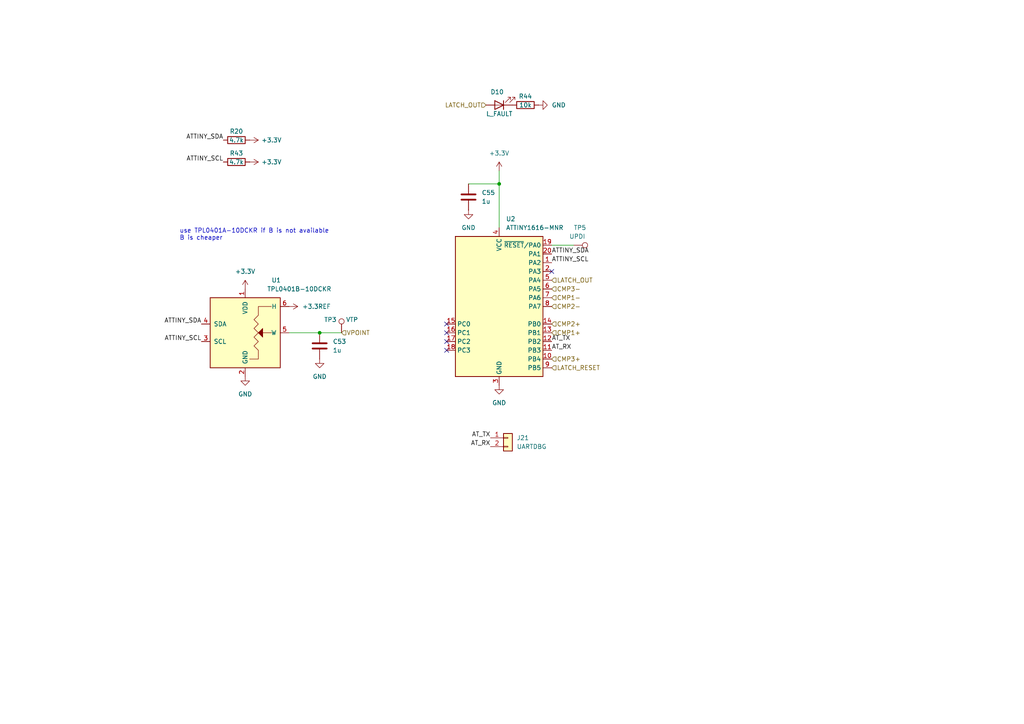
<source format=kicad_sch>
(kicad_sch (version 20231120) (generator "eeschema") (generator_version "8.0")
  (paper "A4")
  (lib_symbols
    (symbol "Connector:TestPoint" (pin_numbers hide) (pin_names (offset 0.762) hide)
      (property "Reference" "TP" (at 0 6.858 0))
      (property "Value" "TestPoint" (at 0 5.08 0))
      (symbol "TestPoint_0_1"
        (circle (center 0 3.302) (radius 0.762))
      )
      (symbol "TestPoint_1_1"
        (pin passive line (at 0 0 90) (length 2.54) (name "1") (number "1"))
      )
    )
    (symbol "Connector_Generic:Conn_01x02" (pin_names (offset 1.016) hide)
      (property "Reference" "J" (at 0 2.54 0))
      (property "Value" "Conn_01x02" (at 0 -5.08 0))
      (symbol "Conn_01x02_1_1"
        (rectangle (start -1.27 -2.413) (end 0 -2.667) (stroke (width 0.1524)))
        (rectangle (start -1.27 0.127) (end 0 -0.127) (stroke (width 0.1524)))
        (rectangle (start -1.27 1.27) (end 1.27 -3.81) (stroke (width 0.254)) (fill (type background)))
        (pin passive line (at -5.08 0 0) (length 3.81) (name "Pin_1") (number "1"))
        (pin passive line (at -5.08 -2.54 0) (length 3.81) (name "Pin_2") (number "2"))
      )
    )
    (symbol "Device:C" (pin_numbers hide) (pin_names (offset 0.254))
      (property "Reference" "C" (at 0.635 2.54 0))
      (property "Value" "C" (at 0.635 -2.54 0))
      (symbol "C_0_1"
        (polyline (pts (xy -2.032 -0.762) (xy 2.032 -0.762)) (stroke (width 0.508)))
        (polyline (pts (xy -2.032 0.762) (xy 2.032 0.762)) (stroke (width 0.508)))
      )
      (symbol "C_1_1"
        (pin passive line (at 0 3.81 270) (length 2.794) (name "~") (number "1"))
        (pin passive line (at 0 -3.81 90) (length 2.794) (name "~") (number "2"))
      )
    )
    (symbol "Device:LED" (pin_numbers hide) (pin_names (offset 1.016) hide)
      (property "Reference" "D" (at 0 2.54 0))
      (property "Value" "LED" (at 0 -2.54 0))
      (symbol "LED_0_1"
        (polyline (pts (xy -1.27 -1.27) (xy -1.27 1.27)) (stroke (width 0.254)))
        (polyline (pts (xy -1.27 0) (xy 1.27 0)))
        (polyline (pts (xy 1.27 -1.27) (xy 1.27 1.27) (xy -1.27 0) (xy 1.27 -1.27)) (stroke (width 0.254)))
        (polyline (pts (xy -3.048 -0.762) (xy -4.572 -2.286) (xy -3.81 -2.286) (xy -4.572 -2.286) (xy -4.572 -1.524)))
        (polyline (pts (xy -1.778 -0.762) (xy -3.302 -2.286) (xy -2.54 -2.286) (xy -3.302 -2.286) (xy -3.302 -1.524)))
      )
      (symbol "LED_1_1"
        (pin passive line (at -3.81 0 0) (length 2.54) (name "K") (number "1"))
        (pin passive line (at 3.81 0 180) (length 2.54) (name "A") (number "2"))
      )
    )
    (symbol "Device:R" (pin_numbers hide) (pin_names (offset 0))
      (property "Reference" "R" (at 2.032 0 90))
      (property "Value" "R" (at 0 0 90))
      (symbol "R_0_1"
        (rectangle (start -1.016 -2.54) (end 1.016 2.54) (stroke (width 0.254)))
      )
      (symbol "R_1_1"
        (pin passive line (at 0 3.81 270) (length 1.27) (name "~") (number "1"))
        (pin passive line (at 0 -3.81 90) (length 1.27) (name "~") (number "2"))
      )
    )
    (symbol "GigaVescSymbols:+3.3REF" (power) (pin_names (offset 0))
      (property "Value" "+3.3REF" (at 0 3.556 0))
      (symbol "+3.3REF_0_1"
        (polyline (pts (xy -0.762 1.27) (xy 0 2.54)))
        (polyline (pts (xy 0 0) (xy 0 2.54)))
        (polyline (pts (xy 0 2.54) (xy 0.762 1.27)))
      )
      (symbol "+3.3REF_1_1"
        (pin power_in line (at 0 0 90) (length 0) hide (name "+3.3REF") (number "1"))
      )
    )
    (symbol "MCU_Microchip_ATtiny:ATtiny1616-M"
      (property "Reference" "U" (at -12.7 21.59 0))
      (property "Value" "ATtiny1616-M" (at 2.54 -21.59 0))
      (symbol "ATtiny1616-M_0_1"
        (rectangle (start -12.7 -20.32) (end 12.7 20.32) (stroke (width 0.254)) (fill (type background)))
      )
      (symbol "ATtiny1616-M_1_1"
        (pin bidirectional line (at 15.24 12.7 180) (length 2.54) (name "PA2") (number "1"))
        (pin bidirectional line (at 15.24 -15.24 180) (length 2.54) (name "PB4") (number "10"))
        (pin bidirectional line (at 15.24 -12.7 180) (length 2.54) (name "PB3") (number "11"))
        (pin bidirectional line (at 15.24 -10.16 180) (length 2.54) (name "PB2") (number "12"))
        (pin bidirectional line (at 15.24 -7.62 180) (length 2.54) (name "PB1") (number "13"))
        (pin bidirectional line (at 15.24 -5.08 180) (length 2.54) (name "PB0") (number "14"))
        (pin bidirectional line (at -15.24 -5.08 0) (length 2.54) (name "PC0") (number "15"))
        (pin bidirectional line (at -15.24 -7.62 0) (length 2.54) (name "PC1") (number "16"))
        (pin bidirectional line (at -15.24 -10.16 0) (length 2.54) (name "PC2") (number "17"))
        (pin bidirectional line (at -15.24 -12.7 0) (length 2.54) (name "PC3") (number "18"))
        (pin bidirectional line (at 15.24 17.78 180) (length 2.54) (name "~{RESET}/PA0") (number "19"))
        (pin bidirectional line (at 15.24 10.16 180) (length 2.54) (name "PA3") (number "2"))
        (pin bidirectional line (at 15.24 15.24 180) (length 2.54) (name "PA1") (number "20"))
        (pin passive line (at 0 -22.86 90) (length 2.54) hide (name "GND") (number "21"))
        (pin power_in line (at 0 -22.86 90) (length 2.54) (name "GND") (number "3"))
        (pin power_in line (at 0 22.86 270) (length 2.54) (name "VCC") (number "4"))
        (pin bidirectional line (at 15.24 7.62 180) (length 2.54) (name "PA4") (number "5"))
        (pin bidirectional line (at 15.24 5.08 180) (length 2.54) (name "PA5") (number "6"))
        (pin bidirectional line (at 15.24 2.54 180) (length 2.54) (name "PA6") (number "7"))
        (pin bidirectional line (at 15.24 0 180) (length 2.54) (name "PA7") (number "8"))
        (pin bidirectional line (at 15.24 -17.78 180) (length 2.54) (name "PB5") (number "9"))
      )
    )
    (symbol "Potentiometer_Digital:TPL0401B-10-Q1" (pin_names (offset 1.016))
      (property "Reference" "U" (at -10.16 11.43 0))
      (property "Value" "TPL0401B-10-Q1" (at 1.27 11.43 0))
      (symbol "TPL0401B-10-Q1_0_1"
        (polyline (pts (xy 7.62 0) (xy 5.08 0)))
        (polyline (pts (xy 5.08 -1.27) (xy 5.08 1.27) (xy 3.81 0) (xy 5.08 -1.27) (xy 5.08 -1.27)) (fill (type outline)))
        (polyline (pts (xy 7.62 7.62) (xy 3.81 7.62) (xy 3.81 5.08) (xy 2.54 3.81) (xy 3.81 2.54) (xy 2.54 1.27) (xy 3.81 0) (xy 2.54 -1.27) (xy 3.81 -2.54) (xy 2.54 -3.81) (xy 3.81 -5.08) (xy 3.81 -7.62) (xy 1.27 -7.62)))
      )
      (symbol "TPL0401B-10-Q1_1_1"
        (rectangle (start -10.16 10.16) (end 10.16 -10.16) (stroke (width 0.254)) (fill (type background)))
        (pin power_in line (at 0 12.7 270) (length 2.54) (name "VDD") (number "1"))
        (pin power_in line (at 0 -12.7 90) (length 2.54) (name "GND") (number "2"))
        (pin input line (at -12.7 -2.54 0) (length 2.54) (name "SCL") (number "3"))
        (pin bidirectional line (at -12.7 2.54 0) (length 2.54) (name "SDA") (number "4"))
        (pin passive line (at 12.7 0 180) (length 2.54) (name "W") (number "5"))
        (pin passive line (at 12.7 7.62 180) (length 2.54) (name "H") (number "6"))
      )
    )
    (symbol "power:+3.3V" (power) (pin_numbers hide) (pin_names (offset 0) hide)
      (property "Value" "+3.3V" (at 0 3.556 0))
      (symbol "+3.3V_0_1"
        (polyline (pts (xy -0.762 1.27) (xy 0 2.54)))
        (polyline (pts (xy 0 0) (xy 0 2.54)))
        (polyline (pts (xy 0 2.54) (xy 0.762 1.27)))
      )
      (symbol "+3.3V_1_1"
        (pin power_in line (at 0 0 90) (length 0) (name "~") (number "1"))
      )
    )
    (symbol "power:GND" (power) (pin_numbers hide) (pin_names (offset 0) hide)
      (property "Value" "GND" (at 0 -3.81 0))
      (symbol "GND_0_1"
        (polyline (pts (xy 0 0) (xy 0 -1.27) (xy 1.27 -1.27) (xy 0 -2.54) (xy -1.27 -1.27) (xy 0 -1.27)))
      )
      (symbol "GND_1_1"
        (pin power_in line (at 0 0 270) (length 0) (name "~") (number "1"))
      )
    )
  )
  (junction (at 92.71 96.52))
  (junction (at 144.78 53.34))
  (no_connect (at 160.02 78.74))
  (no_connect (at 129.54 101.6))
  (no_connect (at 129.54 93.98))
  (no_connect (at 129.54 96.52))
  (no_connect (at 129.54 99.06))
  (wire (pts (xy 144.78 53.34) (xy 144.78 66.04)))
  (wire (pts (xy 135.89 53.34) (xy 144.78 53.34)))
  (wire (pts (xy 160.02 71.12) (xy 166.37 71.12)))
  (wire (pts (xy 144.78 49.53) (xy 144.78 53.34)))
  (wire (pts (xy 83.82 96.52) (xy 92.71 96.52)))
  (wire (pts (xy 92.71 96.52) (xy 99.06 96.52)))
  (text "use TPL0401A-10DCKR if B is not available\nB is cheaper" (at 52.07 69.85 0) (effects (font (size 1.27 1.27)) (justify left bottom)))
  (label "AT_RX" (at 160.02 101.6 0))
  (label "AT_RX" (at 142.24 129.54 180))
  (label "ATTINY_SDA" (at 64.77 40.64 180))
  (label "AT_TX" (at 160.02 99.06 0))
  (label "ATTINY_SCL" (at 58.42 99.06 180))
  (label "ATTINY_SCL" (at 160.02 76.2 0))
  (label "AT_TX" (at 142.24 127 180))
  (label "ATTINY_SDA" (at 160.02 73.66 0))
  (label "ATTINY_SDA" (at 58.42 93.98 180))
  (label "ATTINY_SCL" (at 64.77 46.99 180))
  (hierarchical_label "CMP1+" (shape input) (at 160.02 96.52 0))
  (hierarchical_label "VPOINT" (shape input) (at 99.06 96.52 0))
  (hierarchical_label "LATCH_OUT" (shape input) (at 140.97 30.48 180))
  (hierarchical_label "CMP2-" (shape input) (at 160.02 88.9 0))
  (hierarchical_label "CMP2+" (shape input) (at 160.02 93.98 0))
  (hierarchical_label "CMP1-" (shape input) (at 160.02 86.36 0))
  (hierarchical_label "CMP3+" (shape input) (at 160.02 104.14 0))
  (hierarchical_label "LATCH_RESET" (shape input) (at 160.02 106.68 0))
  (hierarchical_label "CMP3-" (shape input) (at 160.02 83.82 0))
  (hierarchical_label "LATCH_OUT" (shape input) (at 160.02 81.28 0))
  (symbol (lib_id "Device:R") (at 68.58 46.99 270) (unit 1)
    (property "Reference" "R43" (at 68.58 44.45 90))
    (property "Value" "4.7k" (at 68.58 46.99 90))
    (property "Footprint" "Resistor_SMD:R_0603_1608Metric" (effects (hide yes)))
    (property "MPN" "C23162" (effects (hide yes)))
    (instances (project "DevKit" (path "" (reference "R43") (unit 1)) (path "" (reference "R19") (unit 1))))
  )
  (symbol (lib_id "power:GND") (at 144.78 111.76 0) (unit 1)
    (property "Reference" "#PWR0125" (effects (hide yes)))
    (property "Value" "GND" (at 144.78 116.84 0))
    (property "Description" "Power symbol creates a global label with name \"GND\" , ground" (effects (hide yes)))
    (instances (project "DevKit" (path "" (reference "#PWR0125") (unit 1)) (path "" (reference "#PWR0133") (unit 1))) (project "HardwareProtection" (path "" (reference "#PWR04") (unit 1))))
  )
  (symbol (lib_id "power:+3.3V") (at 71.12 83.82 0) (unit 1)
    (property "Reference" "#PWR012" (effects (hide yes)))
    (property "Value" "+3.3V" (at 71.12 78.74 0))
    (property "Description" "Power symbol creates a global label with name \"+3.3V\"" (effects (hide yes)))
    (instances (project "DevKit" (path "" (reference "#PWR012") (unit 1)) (path "" (reference "#PWR0123") (unit 1))) (project "HardwareProtection" (path "" (reference "#PWR012") (unit 1))))
  )
  (symbol (lib_id "Potentiometer_Digital:TPL0401B-10-Q1") (at 71.12 96.52 0) (unit 1)
    (property "Reference" "U1" (at 78.74 81.28 0) (effects (justify left)))
    (property "Value" "TPL0401B-10DCKR" (at 77.47 83.82 0) (effects (justify left)))
    (property "Footprint" "Package_TO_SOT_SMD:Texas_R-PDSO-G6" (effects (hide yes)))
    (property "Datasheet" "http://www.ti.com/lit/ds/symlink/tpl0401a-10-q1.pdf" (effects (hide yes)))
    (property "MPN" "C2666599" (effects (hide yes)))
    (property "JLCRotOffset" "-180" (effects (hide yes)))
    (instances (project "DevKit" (path "" (reference "U1") (unit 1)) (path "" (reference "U13") (unit 1))) (project "HardwareProtection" (path "" (reference "U4") (unit 1))))
  )
  (symbol (lib_id "power:GND") (at 92.71 104.14 0) (unit 1)
    (property "Reference" "#PWR082" (effects (hide yes)))
    (property "Value" "GND" (at 92.71 109.22 0))
    (property "Description" "Power symbol creates a global label with name \"GND\" , ground" (effects (hide yes)))
    (instances (project "DevKit" (path "" (reference "#PWR082") (unit 1)) (path "" (reference "#PWR0128") (unit 1))) (project "HardwareProtection" (path "" (reference "#PWR08") (unit 1))))
  )
  (symbol (lib_id "Connector:TestPoint") (at 99.06 96.52 0) (unit 1)
    (property "Reference" "TP3" (at 93.98 92.71 0) (effects (justify left)))
    (property "Value" "VTP" (at 100.33 92.71 0) (effects (justify left)))
    (property "Footprint" "TestPoint:TestPoint_Pad_D1.0mm" (effects (hide yes)))
    (instances (project "DevKit" (path "" (reference "TP3") (unit 1)) (path "" (reference "TP4") (unit 1))))
  )
  (symbol (lib_id "Device:LED") (at 144.78 30.48 180) (unit 1)
    (property "Reference" "D10" (at 142.24 26.67 0) (effects (justify right)))
    (property "Value" "L_FAULT" (at 140.97 33.02 0) (effects (justify right)))
    (property "Footprint" "LED_SMD:LED_0603_1608Metric" (effects (hide yes)))
    (property "MPN" "C2286" (effects (hide yes)))
    (instances (project "DevKit" (path "" (reference "D10") (unit 1)) (path "" (reference "D12") (unit 1))))
  )
  (symbol (lib_id "power:+3.3V") (at 72.39 46.99 270) (unit 1)
    (property "Reference" "#PWR066" (effects (hide yes)))
    (property "Value" "+3.3V" (at 78.74 46.99 90))
    (property "Description" "Power symbol creates a global label with name \"+3.3V\"" (effects (hide yes)))
    (instances (project "DevKit" (path "" (reference "#PWR066") (unit 1)) (path "" (reference "#PWR0127") (unit 1))) (project "HardwareProtection" (path "" (reference "#PWR03") (unit 1))))
  )
  (symbol (lib_id "power:+3.3V") (at 144.78 49.53 0) (unit 1)
    (property "Reference" "#PWR0122" (effects (hide yes)))
    (property "Value" "+3.3V" (at 144.78 44.45 0))
    (property "Description" "Power symbol creates a global label with name \"+3.3V\"" (effects (hide yes)))
    (instances (project "DevKit" (path "" (reference "#PWR0122") (unit 1)) (path "" (reference "#PWR0132") (unit 1))) (project "HardwareProtection" (path "" (reference "#PWR03") (unit 1))))
  )
  (symbol (lib_id "power:GND") (at 135.89 60.96 0) (unit 1)
    (property "Reference" "#PWR088" (effects (hide yes)))
    (property "Value" "GND" (at 135.89 66.04 0))
    (property "Description" "Power symbol creates a global label with name \"GND\" , ground" (effects (hide yes)))
    (instances (project "DevKit" (path "" (reference "#PWR088") (unit 1)) (path "" (reference "#PWR0130") (unit 1))) (project "HardwareProtection" (path "" (reference "#PWR01") (unit 1))))
  )
  (symbol (lib_id "power:+3.3V") (at 72.39 40.64 270) (unit 1)
    (property "Reference" "#PWR055" (effects (hide yes)))
    (property "Value" "+3.3V" (at 78.74 40.64 90))
    (property "Description" "Power symbol creates a global label with name \"+3.3V\"" (effects (hide yes)))
    (instances (project "DevKit" (path "" (reference "#PWR055") (unit 1)) (path "" (reference "#PWR0126") (unit 1))) (project "HardwareProtection" (path "" (reference "#PWR03") (unit 1))))
  )
  (symbol (lib_id "Device:R") (at 152.4 30.48 90) (unit 1)
    (property "Reference" "R44" (at 152.4 27.94 90))
    (property "Value" "10k" (at 152.4 30.48 90))
    (property "Footprint" "Resistor_SMD:R_0603_1608Metric" (effects (hide yes)))
    (property "MPN" "C25804" (effects (hide yes)))
    (instances (project "DevKit" (path "" (reference "R44") (unit 1)) (path "" (reference "R45") (unit 1))))
  )
  (symbol (lib_id "GigaVescSymbols:+3.3REF") (at 83.82 88.9 270) (unit 1)
    (property "Reference" "#PWR017" (effects (hide yes)))
    (property "Value" "+3.3REF" (at 87.63 88.9 90) (effects (justify left)))
    (instances (project "DevKit" (path "" (reference "#PWR017") (unit 1)) (path "" (reference "#PWR0203") (unit 1))))
  )
  (symbol (lib_id "power:GND") (at 71.12 109.22 0) (unit 1)
    (property "Reference" "#PWR013" (effects (hide yes)))
    (property "Value" "GND" (at 71.12 114.3 0))
    (property "Description" "Power symbol creates a global label with name \"GND\" , ground" (effects (hide yes)))
    (instances (project "DevKit" (path "" (reference "#PWR013") (unit 1)) (path "" (reference "#PWR0124") (unit 1))) (project "HardwareProtection" (path "" (reference "#PWR07") (unit 1))))
  )
  (symbol (lib_id "Connector_Generic:Conn_01x02") (at 147.32 127 0) (unit 1)
    (property "Reference" "J21" (at 149.86 127 0) (effects (justify left)))
    (property "Value" "UARTDBG" (at 149.86 129.54 0) (effects (justify left)))
    (property "Footprint" "TestPoint:TestPoint_2Pads_Pitch2.54mm_Drill0.8mm" (effects (hide yes)))
    (instances (project "DevKit" (path "" (reference "J21") (unit 1)) (path "" (reference "J4") (unit 1))))
  )
  (symbol (lib_id "Connector:TestPoint") (at 166.37 71.12 270) (unit 1)
    (property "Reference" "TP5" (at 166.37 66.04 90) (effects (justify left)))
    (property "Value" "UPDI" (at 165.1 68.58 90) (effects (justify left)))
    (property "Footprint" "TestPoint:TestPoint_THTPad_D1.5mm_Drill0.7mm" (effects (hide yes)))
    (instances (project "DevKit" (path "" (reference "TP5") (unit 1)) (path "" (reference "TP6") (unit 1))))
  )
  (symbol (lib_id "MCU_Microchip_ATtiny:ATtiny1616-M") (at 144.78 88.9 0) (unit 1)
    (property "Reference" "U2" (at 146.7359 63.5 0) (effects (justify left)))
    (property "Value" "ATTINY1616-MNR" (at 146.7359 66.04 0) (effects (justify left)))
    (property "Footprint" "Package_DFN_QFN:VQFN-20-1EP_3x3mm_P0.4mm_EP1.7x1.7mm" (effects (hide yes)))
    (property "Datasheet" "http://ww1.microchip.com/downloads/en/DeviceDoc/ATtiny3216_ATtiny1616-data-sheet-40001997B.pdf" (effects (hide yes)))
    (property "MPN" "C507118" (effects (hide yes)))
    (property "JLCRotOffset" "-90" (effects (hide yes)))
    (instances (project "DevKit" (path "" (reference "U2") (unit 1)) (path "" (reference "U15") (unit 1))) (project "HardwareProtection" (path "" (reference "U1") (unit 1))))
  )
  (symbol (lib_id "Device:R") (at 68.58 40.64 270) (unit 1)
    (property "Reference" "R20" (at 68.58 38.1 90))
    (property "Value" "4.7k" (at 68.58 40.64 90))
    (property "Footprint" "Resistor_SMD:R_0603_1608Metric" (effects (hide yes)))
    (property "MPN" "C23162" (effects (hide yes)))
    (instances (project "DevKit" (path "" (reference "R20") (unit 1)) (path "" (reference "R18") (unit 1))))
  )
  (symbol (lib_id "power:GND") (at 156.21 30.48 90) (unit 1)
    (property "Reference" "#PWR0131" (effects (hide yes)))
    (property "Value" "GND" (at 160.02 30.4799 90) (effects (justify right)))
    (property "Description" "Power symbol creates a global label with name \"GND\" , ground" (effects (hide yes)))
    (instances (project "DevKit" (path "" (reference "#PWR0131") (unit 1)) (path "" (reference "#PWR0134") (unit 1))) (project "HardwareProtection" (path "" (reference "#PWR05") (unit 1))))
  )
  (symbol (lib_id "Device:C") (at 92.71 100.33 0) (unit 1)
    (property "Reference" "C53" (at 96.52 99.06 0) (effects (justify left)))
    (property "Value" "1u" (at 96.52 101.6 0) (effects (justify left)))
    (property "Footprint" "GigaVescLibs:C_0603_1608Metric_L" (effects (hide yes)))
    (property "MPN" "C15849" (effects (hide yes)))
    (instances (project "DevKit" (path "" (reference "C53") (unit 1)) (path "" (reference "C47") (unit 1))) (project "HardwareProtection" (path "" (reference "C4") (unit 1))))
  )
  (symbol (lib_id "Device:C") (at 135.89 57.15 0) (unit 1)
    (property "Reference" "C55" (at 139.7 55.88 0) (effects (justify left)))
    (property "Value" "1u" (at 139.7 58.42 0) (effects (justify left)))
    (property "Footprint" "GigaVescLibs:C_0603_1608Metric_L" (effects (hide yes)))
    (property "MPN" "C15849" (effects (hide yes)))
    (instances (project "DevKit" (path "" (reference "C55") (unit 1)) (path "" (reference "C48") (unit 1))) (project "HardwareProtection" (path "" (reference "C1") (unit 1))))
  )
)
</source>
